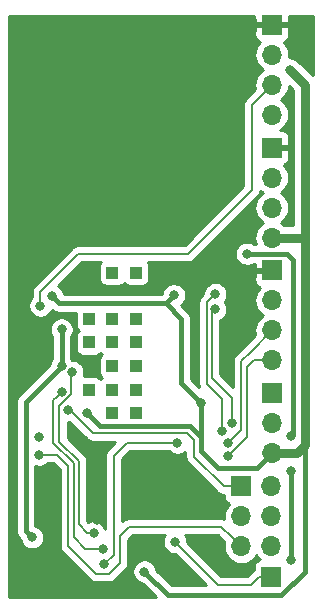
<source format=gbr>
G04 #@! TF.GenerationSoftware,KiCad,Pcbnew,(5.1.2)-2*
G04 #@! TF.CreationDate,2019-07-21T14:50:26+02:00*
G04 #@! TF.ProjectId,ATM32U4_backpack,41544d33-3255-4345-9f62-61636b706163,rev?*
G04 #@! TF.SameCoordinates,Original*
G04 #@! TF.FileFunction,Copper,L2,Bot*
G04 #@! TF.FilePolarity,Positive*
%FSLAX46Y46*%
G04 Gerber Fmt 4.6, Leading zero omitted, Abs format (unit mm)*
G04 Created by KiCad (PCBNEW (5.1.2)-2) date 2019-07-21 14:50:26*
%MOMM*%
%LPD*%
G04 APERTURE LIST*
%ADD10R,1.700000X1.700000*%
%ADD11O,1.700000X1.700000*%
%ADD12R,1.000000X1.000000*%
%ADD13C,0.800000*%
%ADD14C,0.400000*%
%ADD15C,1.000000*%
%ADD16C,0.800000*%
%ADD17C,0.200000*%
%ADD18C,0.250000*%
G04 APERTURE END LIST*
D10*
X52840000Y-118140000D03*
X50300000Y-110500000D03*
D11*
X52840000Y-110500000D03*
X50300000Y-113040000D03*
X52840000Y-113040000D03*
X50300000Y-115580000D03*
X52840000Y-115580000D03*
D10*
X52900000Y-102600000D03*
D11*
X52900000Y-105140000D03*
X52900000Y-107680000D03*
X52900000Y-89420000D03*
X52900000Y-86880000D03*
X52900000Y-84340000D03*
D10*
X52900000Y-81800000D03*
X52900000Y-92200000D03*
D11*
X52900000Y-94740000D03*
X52900000Y-97280000D03*
X52900000Y-99820000D03*
D10*
X52900000Y-71400000D03*
D11*
X52900000Y-73940000D03*
X52900000Y-76480000D03*
X52900000Y-79020000D03*
D12*
X41400000Y-92400000D03*
X41400000Y-102300000D03*
X39400000Y-100300000D03*
X37400000Y-98300000D03*
X41400000Y-100300000D03*
X37400000Y-102300000D03*
X39400000Y-104300000D03*
X39400000Y-102300000D03*
X41400000Y-104300000D03*
X41400000Y-98300000D03*
X37400000Y-96300000D03*
X39400000Y-92400000D03*
X39400000Y-96300000D03*
X39400000Y-98300000D03*
X41400000Y-96300000D03*
D13*
X33200000Y-106300000D03*
X43300000Y-92900000D03*
X38100000Y-113300000D03*
X33900000Y-109300000D03*
X33900000Y-110200000D03*
X33900000Y-111100000D03*
X49200000Y-101300000D03*
X50450000Y-95350000D03*
X45900000Y-110000000D03*
X37800000Y-108400000D03*
X47700000Y-112000000D03*
X42900000Y-112800000D03*
X43000000Y-115800000D03*
X49000000Y-117800000D03*
X48400000Y-89700000D03*
X37800000Y-92900000D03*
X34300000Y-94400000D03*
X54400000Y-75200000D03*
X37200000Y-104300000D03*
X46900000Y-103400000D03*
X42100000Y-117700000D03*
X44600000Y-94300000D03*
X54500000Y-106200000D03*
X54500000Y-109200000D03*
X54500000Y-116700000D03*
X50800000Y-90800000D03*
X35100000Y-97200000D03*
X35100000Y-100300000D03*
X32600000Y-114800000D03*
X35600000Y-104000000D03*
X33200000Y-107800000D03*
X48100000Y-95500000D03*
X49500000Y-105100000D03*
X48100000Y-94200000D03*
X48700000Y-105800000D03*
X49200000Y-107900000D03*
X44900000Y-106800000D03*
X38700000Y-117100000D03*
X41400000Y-92400000D03*
X41400000Y-102300000D03*
X39400000Y-100300000D03*
X37400000Y-98300000D03*
X41400000Y-100300000D03*
X37400000Y-102300000D03*
X39400000Y-104300000D03*
X39400000Y-102300000D03*
X41400000Y-104300000D03*
X41400000Y-98300000D03*
X37400000Y-96300000D03*
X39400000Y-92400000D03*
X39400000Y-96300000D03*
X39400000Y-98300000D03*
X41400000Y-96300000D03*
X33300000Y-95200000D03*
X49200000Y-106800000D03*
X44700000Y-115200000D03*
X37800000Y-114400000D03*
X36000000Y-100800000D03*
X35100000Y-102500000D03*
X38600000Y-115800000D03*
D14*
X43300000Y-92900000D02*
X44000000Y-92200000D01*
X44000000Y-92200000D02*
X46800000Y-92200000D01*
X37800000Y-113000000D02*
X38100000Y-113300000D01*
X37800000Y-108400000D02*
X37800000Y-113000000D01*
X48400000Y-90265685D02*
X48400000Y-92200000D01*
X48400000Y-89700000D02*
X48400000Y-90265685D01*
X46800000Y-92200000D02*
X48400000Y-92200000D01*
X48400000Y-92200000D02*
X52900000Y-92200000D01*
X43300000Y-92900000D02*
X42100000Y-94100000D01*
X39000000Y-94100000D02*
X40000000Y-94100000D01*
X37800000Y-92900000D02*
X39000000Y-94100000D01*
X42100000Y-94100000D02*
X40000000Y-94100000D01*
X34400000Y-94500000D02*
X34300000Y-94400000D01*
D15*
X52840000Y-107740000D02*
X52900000Y-107680000D01*
D16*
X55680000Y-89420000D02*
X55700000Y-89400000D01*
X52900000Y-89420000D02*
X55680000Y-89420000D01*
D14*
X37200000Y-104300000D02*
X38300000Y-105400000D01*
X46900000Y-104700000D02*
X46900000Y-103400000D01*
X48340000Y-108940000D02*
X46900000Y-107500000D01*
X51640000Y-108940000D02*
X52900000Y-107680000D01*
X51140000Y-108940000D02*
X51640000Y-108940000D01*
X51140000Y-108940000D02*
X48340000Y-108940000D01*
X53700002Y-119700000D02*
X55700000Y-117700002D01*
X42100000Y-117700000D02*
X44100000Y-119700000D01*
X44100000Y-119700000D02*
X53700002Y-119700000D01*
X34300000Y-94400000D02*
X34900000Y-95000000D01*
X34900000Y-95000000D02*
X42700000Y-95000000D01*
X43900000Y-95000000D02*
X44600000Y-94300000D01*
X42700000Y-95000000D02*
X43900000Y-95000000D01*
D16*
X55700000Y-76500000D02*
X54400000Y-75200000D01*
X55700000Y-89400000D02*
X55700000Y-76500000D01*
X55700000Y-89400000D02*
X55700000Y-107000000D01*
X55020000Y-107680000D02*
X52900000Y-107680000D01*
X55700000Y-107000000D02*
X55020000Y-107680000D01*
D14*
X55700000Y-117700002D02*
X55700000Y-107000000D01*
X45200000Y-101700000D02*
X46900000Y-103400000D01*
X43900000Y-95000000D02*
X45200000Y-96300000D01*
X45200000Y-96300000D02*
X45200000Y-101700000D01*
X46900000Y-105300000D02*
X46900000Y-104700000D01*
X46000000Y-105400000D02*
X46900000Y-106300000D01*
X45600000Y-105400000D02*
X46000000Y-105400000D01*
X46900000Y-106300000D02*
X46900000Y-105300000D01*
X46900000Y-107500000D02*
X46900000Y-106300000D01*
X38300000Y-105400000D02*
X45600000Y-105400000D01*
X54700000Y-95337919D02*
X54700000Y-106000000D01*
X54700000Y-106000000D02*
X54500000Y-106200000D01*
X54500000Y-109200000D02*
X54500000Y-109765685D01*
X54500000Y-109765685D02*
X54500000Y-116700000D01*
X54700000Y-95337919D02*
X54700000Y-91300000D01*
X54700000Y-91300000D02*
X54200000Y-90800000D01*
X54200000Y-90800000D02*
X50800000Y-90800000D01*
X32050000Y-114250000D02*
X32600000Y-114800000D01*
X35100000Y-97200000D02*
X35100000Y-98300000D01*
X35100000Y-98300000D02*
X35100000Y-100300000D01*
X32050000Y-103350000D02*
X32050000Y-103750000D01*
X35100000Y-100300000D02*
X32050000Y-103350000D01*
X32050000Y-103750000D02*
X32050000Y-114250000D01*
D17*
X37771271Y-106000000D02*
X35850010Y-104078739D01*
X45700000Y-106000000D02*
X37771271Y-106000000D01*
X46300000Y-106600000D02*
X45700000Y-106000000D01*
X46300000Y-108000000D02*
X46300000Y-106600000D01*
X50300000Y-110500000D02*
X48800000Y-110500000D01*
X48800000Y-110500000D02*
X46300000Y-108000000D01*
X34700000Y-107800000D02*
X33200000Y-107800000D01*
X35650000Y-108750000D02*
X34700000Y-107800000D01*
X35650000Y-115550000D02*
X35650000Y-108750000D01*
X39100000Y-117900000D02*
X38000000Y-117900000D01*
X49450001Y-114730001D02*
X49430001Y-114730001D01*
X40000000Y-117000000D02*
X39100000Y-117900000D01*
X49430001Y-114730001D02*
X48600000Y-113900000D01*
X48600000Y-113900000D02*
X40800000Y-113900000D01*
X50300000Y-115580000D02*
X49450001Y-114730001D01*
X40800000Y-113900000D02*
X40000000Y-114700000D01*
X38000000Y-117900000D02*
X35650000Y-115550000D01*
X40000000Y-114700000D02*
X40000000Y-117000000D01*
X47800000Y-101300000D02*
X47800000Y-97000000D01*
X49500000Y-103000000D02*
X47800000Y-101300000D01*
X47800000Y-97000000D02*
X47800000Y-96600000D01*
X47800000Y-96600000D02*
X47800000Y-95800000D01*
X47800000Y-95800000D02*
X48100000Y-95500000D01*
X49500000Y-103000000D02*
X49500000Y-105100000D01*
X47400000Y-94900000D02*
X48100000Y-94200000D01*
X47400000Y-101800000D02*
X47400000Y-94900000D01*
X48700000Y-105800000D02*
X48700000Y-103100000D01*
X48700000Y-103100000D02*
X47400000Y-101800000D01*
X52900000Y-99820000D02*
X51380000Y-99820000D01*
X51380000Y-99820000D02*
X50800000Y-100400000D01*
X50800000Y-100400000D02*
X50800000Y-105400000D01*
X50800000Y-106300000D02*
X49200000Y-107900000D01*
X50800000Y-105700000D02*
X50800000Y-106300000D01*
X50800000Y-105400000D02*
X50800000Y-105700000D01*
X50800000Y-105700000D02*
X50800000Y-105900000D01*
X44900000Y-106800000D02*
X40600000Y-106800000D01*
X40600000Y-106800000D02*
X39500000Y-107900000D01*
X39500000Y-107900000D02*
X39500000Y-116300000D01*
X39500000Y-116300000D02*
X38700000Y-117100000D01*
X33300000Y-94000000D02*
X33300000Y-95200000D01*
X36500000Y-90800000D02*
X33300000Y-94000000D01*
X45800000Y-90800000D02*
X36500000Y-90800000D01*
X51200000Y-85400000D02*
X45800000Y-90800000D01*
X51200000Y-78180000D02*
X51200000Y-85400000D01*
X52900000Y-76480000D02*
X51200000Y-78180000D01*
X51100000Y-99080000D02*
X52900000Y-97280000D01*
X50300000Y-99880000D02*
X51100000Y-99080000D01*
X49200000Y-106800000D02*
X50300000Y-105700000D01*
X50300000Y-105700000D02*
X50300000Y-99880000D01*
X44700000Y-115200000D02*
X47640000Y-118140000D01*
X51790000Y-118140000D02*
X51130000Y-118800000D01*
X52840000Y-118140000D02*
X51790000Y-118140000D01*
X48300000Y-118800000D02*
X47640000Y-118140000D01*
X51130000Y-118800000D02*
X48300000Y-118800000D01*
X35900000Y-100900000D02*
X36000000Y-100800000D01*
X35900000Y-102700000D02*
X35900000Y-100900000D01*
X37234315Y-114400000D02*
X36550000Y-113715685D01*
X37800000Y-114400000D02*
X37234315Y-114400000D01*
X36550000Y-113715685D02*
X36550000Y-108350000D01*
X36550000Y-108350000D02*
X34900000Y-106700000D01*
X34900000Y-106700000D02*
X34900000Y-103700000D01*
X34900000Y-103700000D02*
X35900000Y-102700000D01*
X34677812Y-102922188D02*
X35100000Y-102500000D01*
X37100000Y-115800000D02*
X36100000Y-114800000D01*
X38600000Y-115800000D02*
X37100000Y-115800000D01*
X36100000Y-114800000D02*
X36100000Y-108550000D01*
X36100000Y-108550000D02*
X34400000Y-106850000D01*
X34400000Y-106850000D02*
X34400000Y-103200000D01*
X34400000Y-103200000D02*
X34677812Y-102922188D01*
D18*
G36*
X51425000Y-71118750D02*
G01*
X51581250Y-71275000D01*
X52775000Y-71275000D01*
X52775000Y-71255000D01*
X53025000Y-71255000D01*
X53025000Y-71275000D01*
X54218750Y-71275000D01*
X54375000Y-71118750D01*
X54377492Y-70650000D01*
X56350000Y-70650000D01*
X56350000Y-75700431D01*
X55196176Y-74546609D01*
X55196170Y-74546600D01*
X55053400Y-74403830D01*
X55011309Y-74375706D01*
X54972214Y-74343621D01*
X54927610Y-74319780D01*
X54885520Y-74291656D01*
X54838751Y-74272284D01*
X54794148Y-74248443D01*
X54745746Y-74233760D01*
X54698982Y-74214390D01*
X54649345Y-74204517D01*
X54600934Y-74189831D01*
X54550585Y-74184872D01*
X54500954Y-74175000D01*
X54450350Y-74175000D01*
X54400000Y-74170041D01*
X54359082Y-74174071D01*
X54382136Y-73940000D01*
X54353657Y-73650850D01*
X54269315Y-73372811D01*
X54132351Y-73116569D01*
X53948028Y-72891972D01*
X53904506Y-72856254D01*
X53990334Y-72830219D01*
X54098911Y-72772183D01*
X54194080Y-72694080D01*
X54272183Y-72598911D01*
X54330219Y-72490334D01*
X54365957Y-72372521D01*
X54378024Y-72250000D01*
X54375000Y-71681250D01*
X54218750Y-71525000D01*
X53025000Y-71525000D01*
X53025000Y-71545000D01*
X52775000Y-71545000D01*
X52775000Y-71525000D01*
X51581250Y-71525000D01*
X51425000Y-71681250D01*
X51421976Y-72250000D01*
X51434043Y-72372521D01*
X51469781Y-72490334D01*
X51527817Y-72598911D01*
X51605920Y-72694080D01*
X51701089Y-72772183D01*
X51809666Y-72830219D01*
X51895494Y-72856254D01*
X51851972Y-72891972D01*
X51667649Y-73116569D01*
X51530685Y-73372811D01*
X51446343Y-73650850D01*
X51417864Y-73940000D01*
X51446343Y-74229150D01*
X51530685Y-74507189D01*
X51667649Y-74763431D01*
X51851972Y-74988028D01*
X52076569Y-75172351D01*
X52147005Y-75210000D01*
X52076569Y-75247649D01*
X51851972Y-75431972D01*
X51667649Y-75656569D01*
X51530685Y-75912811D01*
X51446343Y-76190850D01*
X51417864Y-76480000D01*
X51446343Y-76769150D01*
X51478742Y-76875954D01*
X50712524Y-77642172D01*
X50684868Y-77664869D01*
X50594269Y-77775264D01*
X50526947Y-77901213D01*
X50485491Y-78037876D01*
X50475000Y-78144394D01*
X50475000Y-78144403D01*
X50471494Y-78180000D01*
X50475000Y-78215597D01*
X50475001Y-85099694D01*
X45499696Y-90075000D01*
X36535596Y-90075000D01*
X36499999Y-90071494D01*
X36464402Y-90075000D01*
X36464393Y-90075000D01*
X36357875Y-90085491D01*
X36221212Y-90126947D01*
X36095263Y-90194269D01*
X36012525Y-90262170D01*
X36012523Y-90262172D01*
X35984868Y-90284868D01*
X35962172Y-90312523D01*
X32812524Y-93462172D01*
X32784868Y-93484869D01*
X32762172Y-93512524D01*
X32762170Y-93512526D01*
X32714174Y-93571010D01*
X32694269Y-93595264D01*
X32626947Y-93721213D01*
X32585491Y-93857876D01*
X32575000Y-93964394D01*
X32575000Y-93964403D01*
X32571494Y-94000000D01*
X32575000Y-94035598D01*
X32575000Y-94475430D01*
X32503830Y-94546600D01*
X32391656Y-94714480D01*
X32314390Y-94901018D01*
X32275000Y-95099046D01*
X32275000Y-95300954D01*
X32314390Y-95498982D01*
X32391656Y-95685520D01*
X32503830Y-95853400D01*
X32646600Y-95996170D01*
X32814480Y-96108344D01*
X33001018Y-96185610D01*
X33199046Y-96225000D01*
X33400954Y-96225000D01*
X33598982Y-96185610D01*
X33785520Y-96108344D01*
X33953400Y-95996170D01*
X34096170Y-95853400D01*
X34208344Y-95685520D01*
X34269983Y-95536709D01*
X34287983Y-95554709D01*
X34313815Y-95586185D01*
X34439437Y-95689281D01*
X34582759Y-95765888D01*
X34690205Y-95798481D01*
X34738271Y-95813062D01*
X34752669Y-95814480D01*
X34859479Y-95825000D01*
X34859486Y-95825000D01*
X34899999Y-95828990D01*
X34940512Y-95825000D01*
X36271976Y-95825000D01*
X36271976Y-96800000D01*
X36284043Y-96922521D01*
X36319781Y-97040334D01*
X36377817Y-97148911D01*
X36455920Y-97244080D01*
X36524059Y-97300000D01*
X36455920Y-97355920D01*
X36377817Y-97451089D01*
X36319781Y-97559666D01*
X36284043Y-97677479D01*
X36271976Y-97800000D01*
X36271976Y-98800000D01*
X36284043Y-98922521D01*
X36319781Y-99040334D01*
X36377817Y-99148911D01*
X36455920Y-99244080D01*
X36551089Y-99322183D01*
X36659666Y-99380219D01*
X36777479Y-99415957D01*
X36900000Y-99428024D01*
X37900000Y-99428024D01*
X38022521Y-99415957D01*
X38140334Y-99380219D01*
X38248911Y-99322183D01*
X38344080Y-99244080D01*
X38400000Y-99175941D01*
X38455920Y-99244080D01*
X38524059Y-99300000D01*
X38455920Y-99355920D01*
X38377817Y-99451089D01*
X38319781Y-99559666D01*
X38284043Y-99677479D01*
X38271976Y-99800000D01*
X38271976Y-100800000D01*
X38284043Y-100922521D01*
X38319781Y-101040334D01*
X38377817Y-101148911D01*
X38455920Y-101244080D01*
X38524059Y-101300000D01*
X38455920Y-101355920D01*
X38400000Y-101424059D01*
X38344080Y-101355920D01*
X38248911Y-101277817D01*
X38140334Y-101219781D01*
X38022521Y-101184043D01*
X37900000Y-101171976D01*
X36955375Y-101171976D01*
X36985610Y-101098982D01*
X37025000Y-100900954D01*
X37025000Y-100699046D01*
X36985610Y-100501018D01*
X36908344Y-100314480D01*
X36796170Y-100146600D01*
X36653400Y-100003830D01*
X36485520Y-99891656D01*
X36298982Y-99814390D01*
X36100954Y-99775000D01*
X35981964Y-99775000D01*
X35925000Y-99689747D01*
X35925000Y-97810253D01*
X36008344Y-97685520D01*
X36085610Y-97498982D01*
X36125000Y-97300954D01*
X36125000Y-97099046D01*
X36085610Y-96901018D01*
X36008344Y-96714480D01*
X35896170Y-96546600D01*
X35753400Y-96403830D01*
X35585520Y-96291656D01*
X35398982Y-96214390D01*
X35200954Y-96175000D01*
X34999046Y-96175000D01*
X34801018Y-96214390D01*
X34614480Y-96291656D01*
X34446600Y-96403830D01*
X34303830Y-96546600D01*
X34191656Y-96714480D01*
X34114390Y-96901018D01*
X34075000Y-97099046D01*
X34075000Y-97300954D01*
X34114390Y-97498982D01*
X34191656Y-97685520D01*
X34275001Y-97810254D01*
X34275001Y-98259471D01*
X34275000Y-98259480D01*
X34275001Y-99689746D01*
X34191656Y-99814480D01*
X34114390Y-100001018D01*
X34085124Y-100148150D01*
X31495296Y-102737979D01*
X31463815Y-102763815D01*
X31360719Y-102889438D01*
X31284112Y-103032760D01*
X31262278Y-103104737D01*
X31241882Y-103171976D01*
X31236938Y-103188273D01*
X31225000Y-103309480D01*
X31225000Y-103309487D01*
X31221010Y-103350000D01*
X31225000Y-103390513D01*
X31225000Y-103709480D01*
X31225001Y-114209477D01*
X31221010Y-114250000D01*
X31236938Y-114411728D01*
X31271890Y-114526947D01*
X31284113Y-114567241D01*
X31360720Y-114710563D01*
X31463816Y-114836185D01*
X31495291Y-114862016D01*
X31585123Y-114951848D01*
X31614390Y-115098982D01*
X31691656Y-115285520D01*
X31803830Y-115453400D01*
X31946600Y-115596170D01*
X32114480Y-115708344D01*
X32301018Y-115785610D01*
X32499046Y-115825000D01*
X32700954Y-115825000D01*
X32898982Y-115785610D01*
X33085520Y-115708344D01*
X33253400Y-115596170D01*
X33396170Y-115453400D01*
X33508344Y-115285520D01*
X33585610Y-115098982D01*
X33625000Y-114900954D01*
X33625000Y-114699046D01*
X33585610Y-114501018D01*
X33508344Y-114314480D01*
X33396170Y-114146600D01*
X33253400Y-114003830D01*
X33085520Y-113891656D01*
X32898982Y-113814390D01*
X32875000Y-113809620D01*
X32875000Y-108774833D01*
X32901018Y-108785610D01*
X33099046Y-108825000D01*
X33300954Y-108825000D01*
X33498982Y-108785610D01*
X33685520Y-108708344D01*
X33853400Y-108596170D01*
X33924570Y-108525000D01*
X34399696Y-108525000D01*
X34925001Y-109050306D01*
X34925000Y-115514403D01*
X34921494Y-115550000D01*
X34925000Y-115585597D01*
X34925000Y-115585606D01*
X34935491Y-115692124D01*
X34976947Y-115828787D01*
X35044269Y-115954736D01*
X35134868Y-116065131D01*
X35162524Y-116087828D01*
X37462172Y-118387477D01*
X37484868Y-118415132D01*
X37512523Y-118437828D01*
X37512525Y-118437830D01*
X37583613Y-118496170D01*
X37595263Y-118505731D01*
X37721212Y-118573053D01*
X37857875Y-118614509D01*
X37964393Y-118625000D01*
X37964403Y-118625000D01*
X38000000Y-118628506D01*
X38035597Y-118625000D01*
X39064403Y-118625000D01*
X39100000Y-118628506D01*
X39135597Y-118625000D01*
X39135607Y-118625000D01*
X39242125Y-118614509D01*
X39378788Y-118573053D01*
X39504737Y-118505731D01*
X39615132Y-118415132D01*
X39637832Y-118387472D01*
X40487477Y-117537828D01*
X40515132Y-117515132D01*
X40554677Y-117466947D01*
X40605731Y-117404737D01*
X40673053Y-117278788D01*
X40684989Y-117239440D01*
X40714509Y-117142125D01*
X40725000Y-117035607D01*
X40725000Y-117035598D01*
X40728506Y-117000001D01*
X40725000Y-116964404D01*
X40725000Y-115000304D01*
X41100305Y-114625000D01*
X43851445Y-114625000D01*
X43791656Y-114714480D01*
X43714390Y-114901018D01*
X43675000Y-115099046D01*
X43675000Y-115300954D01*
X43714390Y-115498982D01*
X43791656Y-115685520D01*
X43903830Y-115853400D01*
X44046600Y-115996170D01*
X44214480Y-116108344D01*
X44401018Y-116185610D01*
X44599046Y-116225000D01*
X44699696Y-116225000D01*
X47152525Y-118677830D01*
X47152530Y-118677834D01*
X47349696Y-118875000D01*
X44441726Y-118875000D01*
X43114876Y-117548151D01*
X43085610Y-117401018D01*
X43008344Y-117214480D01*
X42896170Y-117046600D01*
X42753400Y-116903830D01*
X42585520Y-116791656D01*
X42398982Y-116714390D01*
X42200954Y-116675000D01*
X41999046Y-116675000D01*
X41801018Y-116714390D01*
X41614480Y-116791656D01*
X41446600Y-116903830D01*
X41303830Y-117046600D01*
X41191656Y-117214480D01*
X41114390Y-117401018D01*
X41075000Y-117599046D01*
X41075000Y-117800954D01*
X41114390Y-117998982D01*
X41191656Y-118185520D01*
X41303830Y-118353400D01*
X41446600Y-118496170D01*
X41614480Y-118608344D01*
X41801018Y-118685610D01*
X41948151Y-118714876D01*
X43083274Y-119850000D01*
X30650000Y-119850000D01*
X30650000Y-70650000D01*
X51422508Y-70650000D01*
X51425000Y-71118750D01*
X51425000Y-71118750D01*
G37*
X51425000Y-71118750D02*
X51581250Y-71275000D01*
X52775000Y-71275000D01*
X52775000Y-71255000D01*
X53025000Y-71255000D01*
X53025000Y-71275000D01*
X54218750Y-71275000D01*
X54375000Y-71118750D01*
X54377492Y-70650000D01*
X56350000Y-70650000D01*
X56350000Y-75700431D01*
X55196176Y-74546609D01*
X55196170Y-74546600D01*
X55053400Y-74403830D01*
X55011309Y-74375706D01*
X54972214Y-74343621D01*
X54927610Y-74319780D01*
X54885520Y-74291656D01*
X54838751Y-74272284D01*
X54794148Y-74248443D01*
X54745746Y-74233760D01*
X54698982Y-74214390D01*
X54649345Y-74204517D01*
X54600934Y-74189831D01*
X54550585Y-74184872D01*
X54500954Y-74175000D01*
X54450350Y-74175000D01*
X54400000Y-74170041D01*
X54359082Y-74174071D01*
X54382136Y-73940000D01*
X54353657Y-73650850D01*
X54269315Y-73372811D01*
X54132351Y-73116569D01*
X53948028Y-72891972D01*
X53904506Y-72856254D01*
X53990334Y-72830219D01*
X54098911Y-72772183D01*
X54194080Y-72694080D01*
X54272183Y-72598911D01*
X54330219Y-72490334D01*
X54365957Y-72372521D01*
X54378024Y-72250000D01*
X54375000Y-71681250D01*
X54218750Y-71525000D01*
X53025000Y-71525000D01*
X53025000Y-71545000D01*
X52775000Y-71545000D01*
X52775000Y-71525000D01*
X51581250Y-71525000D01*
X51425000Y-71681250D01*
X51421976Y-72250000D01*
X51434043Y-72372521D01*
X51469781Y-72490334D01*
X51527817Y-72598911D01*
X51605920Y-72694080D01*
X51701089Y-72772183D01*
X51809666Y-72830219D01*
X51895494Y-72856254D01*
X51851972Y-72891972D01*
X51667649Y-73116569D01*
X51530685Y-73372811D01*
X51446343Y-73650850D01*
X51417864Y-73940000D01*
X51446343Y-74229150D01*
X51530685Y-74507189D01*
X51667649Y-74763431D01*
X51851972Y-74988028D01*
X52076569Y-75172351D01*
X52147005Y-75210000D01*
X52076569Y-75247649D01*
X51851972Y-75431972D01*
X51667649Y-75656569D01*
X51530685Y-75912811D01*
X51446343Y-76190850D01*
X51417864Y-76480000D01*
X51446343Y-76769150D01*
X51478742Y-76875954D01*
X50712524Y-77642172D01*
X50684868Y-77664869D01*
X50594269Y-77775264D01*
X50526947Y-77901213D01*
X50485491Y-78037876D01*
X50475000Y-78144394D01*
X50475000Y-78144403D01*
X50471494Y-78180000D01*
X50475000Y-78215597D01*
X50475001Y-85099694D01*
X45499696Y-90075000D01*
X36535596Y-90075000D01*
X36499999Y-90071494D01*
X36464402Y-90075000D01*
X36464393Y-90075000D01*
X36357875Y-90085491D01*
X36221212Y-90126947D01*
X36095263Y-90194269D01*
X36012525Y-90262170D01*
X36012523Y-90262172D01*
X35984868Y-90284868D01*
X35962172Y-90312523D01*
X32812524Y-93462172D01*
X32784868Y-93484869D01*
X32762172Y-93512524D01*
X32762170Y-93512526D01*
X32714174Y-93571010D01*
X32694269Y-93595264D01*
X32626947Y-93721213D01*
X32585491Y-93857876D01*
X32575000Y-93964394D01*
X32575000Y-93964403D01*
X32571494Y-94000000D01*
X32575000Y-94035598D01*
X32575000Y-94475430D01*
X32503830Y-94546600D01*
X32391656Y-94714480D01*
X32314390Y-94901018D01*
X32275000Y-95099046D01*
X32275000Y-95300954D01*
X32314390Y-95498982D01*
X32391656Y-95685520D01*
X32503830Y-95853400D01*
X32646600Y-95996170D01*
X32814480Y-96108344D01*
X33001018Y-96185610D01*
X33199046Y-96225000D01*
X33400954Y-96225000D01*
X33598982Y-96185610D01*
X33785520Y-96108344D01*
X33953400Y-95996170D01*
X34096170Y-95853400D01*
X34208344Y-95685520D01*
X34269983Y-95536709D01*
X34287983Y-95554709D01*
X34313815Y-95586185D01*
X34439437Y-95689281D01*
X34582759Y-95765888D01*
X34690205Y-95798481D01*
X34738271Y-95813062D01*
X34752669Y-95814480D01*
X34859479Y-95825000D01*
X34859486Y-95825000D01*
X34899999Y-95828990D01*
X34940512Y-95825000D01*
X36271976Y-95825000D01*
X36271976Y-96800000D01*
X36284043Y-96922521D01*
X36319781Y-97040334D01*
X36377817Y-97148911D01*
X36455920Y-97244080D01*
X36524059Y-97300000D01*
X36455920Y-97355920D01*
X36377817Y-97451089D01*
X36319781Y-97559666D01*
X36284043Y-97677479D01*
X36271976Y-97800000D01*
X36271976Y-98800000D01*
X36284043Y-98922521D01*
X36319781Y-99040334D01*
X36377817Y-99148911D01*
X36455920Y-99244080D01*
X36551089Y-99322183D01*
X36659666Y-99380219D01*
X36777479Y-99415957D01*
X36900000Y-99428024D01*
X37900000Y-99428024D01*
X38022521Y-99415957D01*
X38140334Y-99380219D01*
X38248911Y-99322183D01*
X38344080Y-99244080D01*
X38400000Y-99175941D01*
X38455920Y-99244080D01*
X38524059Y-99300000D01*
X38455920Y-99355920D01*
X38377817Y-99451089D01*
X38319781Y-99559666D01*
X38284043Y-99677479D01*
X38271976Y-99800000D01*
X38271976Y-100800000D01*
X38284043Y-100922521D01*
X38319781Y-101040334D01*
X38377817Y-101148911D01*
X38455920Y-101244080D01*
X38524059Y-101300000D01*
X38455920Y-101355920D01*
X38400000Y-101424059D01*
X38344080Y-101355920D01*
X38248911Y-101277817D01*
X38140334Y-101219781D01*
X38022521Y-101184043D01*
X37900000Y-101171976D01*
X36955375Y-101171976D01*
X36985610Y-101098982D01*
X37025000Y-100900954D01*
X37025000Y-100699046D01*
X36985610Y-100501018D01*
X36908344Y-100314480D01*
X36796170Y-100146600D01*
X36653400Y-100003830D01*
X36485520Y-99891656D01*
X36298982Y-99814390D01*
X36100954Y-99775000D01*
X35981964Y-99775000D01*
X35925000Y-99689747D01*
X35925000Y-97810253D01*
X36008344Y-97685520D01*
X36085610Y-97498982D01*
X36125000Y-97300954D01*
X36125000Y-97099046D01*
X36085610Y-96901018D01*
X36008344Y-96714480D01*
X35896170Y-96546600D01*
X35753400Y-96403830D01*
X35585520Y-96291656D01*
X35398982Y-96214390D01*
X35200954Y-96175000D01*
X34999046Y-96175000D01*
X34801018Y-96214390D01*
X34614480Y-96291656D01*
X34446600Y-96403830D01*
X34303830Y-96546600D01*
X34191656Y-96714480D01*
X34114390Y-96901018D01*
X34075000Y-97099046D01*
X34075000Y-97300954D01*
X34114390Y-97498982D01*
X34191656Y-97685520D01*
X34275001Y-97810254D01*
X34275001Y-98259471D01*
X34275000Y-98259480D01*
X34275001Y-99689746D01*
X34191656Y-99814480D01*
X34114390Y-100001018D01*
X34085124Y-100148150D01*
X31495296Y-102737979D01*
X31463815Y-102763815D01*
X31360719Y-102889438D01*
X31284112Y-103032760D01*
X31262278Y-103104737D01*
X31241882Y-103171976D01*
X31236938Y-103188273D01*
X31225000Y-103309480D01*
X31225000Y-103309487D01*
X31221010Y-103350000D01*
X31225000Y-103390513D01*
X31225000Y-103709480D01*
X31225001Y-114209477D01*
X31221010Y-114250000D01*
X31236938Y-114411728D01*
X31271890Y-114526947D01*
X31284113Y-114567241D01*
X31360720Y-114710563D01*
X31463816Y-114836185D01*
X31495291Y-114862016D01*
X31585123Y-114951848D01*
X31614390Y-115098982D01*
X31691656Y-115285520D01*
X31803830Y-115453400D01*
X31946600Y-115596170D01*
X32114480Y-115708344D01*
X32301018Y-115785610D01*
X32499046Y-115825000D01*
X32700954Y-115825000D01*
X32898982Y-115785610D01*
X33085520Y-115708344D01*
X33253400Y-115596170D01*
X33396170Y-115453400D01*
X33508344Y-115285520D01*
X33585610Y-115098982D01*
X33625000Y-114900954D01*
X33625000Y-114699046D01*
X33585610Y-114501018D01*
X33508344Y-114314480D01*
X33396170Y-114146600D01*
X33253400Y-114003830D01*
X33085520Y-113891656D01*
X32898982Y-113814390D01*
X32875000Y-113809620D01*
X32875000Y-108774833D01*
X32901018Y-108785610D01*
X33099046Y-108825000D01*
X33300954Y-108825000D01*
X33498982Y-108785610D01*
X33685520Y-108708344D01*
X33853400Y-108596170D01*
X33924570Y-108525000D01*
X34399696Y-108525000D01*
X34925001Y-109050306D01*
X34925000Y-115514403D01*
X34921494Y-115550000D01*
X34925000Y-115585597D01*
X34925000Y-115585606D01*
X34935491Y-115692124D01*
X34976947Y-115828787D01*
X35044269Y-115954736D01*
X35134868Y-116065131D01*
X35162524Y-116087828D01*
X37462172Y-118387477D01*
X37484868Y-118415132D01*
X37512523Y-118437828D01*
X37512525Y-118437830D01*
X37583613Y-118496170D01*
X37595263Y-118505731D01*
X37721212Y-118573053D01*
X37857875Y-118614509D01*
X37964393Y-118625000D01*
X37964403Y-118625000D01*
X38000000Y-118628506D01*
X38035597Y-118625000D01*
X39064403Y-118625000D01*
X39100000Y-118628506D01*
X39135597Y-118625000D01*
X39135607Y-118625000D01*
X39242125Y-118614509D01*
X39378788Y-118573053D01*
X39504737Y-118505731D01*
X39615132Y-118415132D01*
X39637832Y-118387472D01*
X40487477Y-117537828D01*
X40515132Y-117515132D01*
X40554677Y-117466947D01*
X40605731Y-117404737D01*
X40673053Y-117278788D01*
X40684989Y-117239440D01*
X40714509Y-117142125D01*
X40725000Y-117035607D01*
X40725000Y-117035598D01*
X40728506Y-117000001D01*
X40725000Y-116964404D01*
X40725000Y-115000304D01*
X41100305Y-114625000D01*
X43851445Y-114625000D01*
X43791656Y-114714480D01*
X43714390Y-114901018D01*
X43675000Y-115099046D01*
X43675000Y-115300954D01*
X43714390Y-115498982D01*
X43791656Y-115685520D01*
X43903830Y-115853400D01*
X44046600Y-115996170D01*
X44214480Y-116108344D01*
X44401018Y-116185610D01*
X44599046Y-116225000D01*
X44699696Y-116225000D01*
X47152525Y-118677830D01*
X47152530Y-118677834D01*
X47349696Y-118875000D01*
X44441726Y-118875000D01*
X43114876Y-117548151D01*
X43085610Y-117401018D01*
X43008344Y-117214480D01*
X42896170Y-117046600D01*
X42753400Y-116903830D01*
X42585520Y-116791656D01*
X42398982Y-116714390D01*
X42200954Y-116675000D01*
X41999046Y-116675000D01*
X41801018Y-116714390D01*
X41614480Y-116791656D01*
X41446600Y-116903830D01*
X41303830Y-117046600D01*
X41191656Y-117214480D01*
X41114390Y-117401018D01*
X41075000Y-117599046D01*
X41075000Y-117800954D01*
X41114390Y-117998982D01*
X41191656Y-118185520D01*
X41303830Y-118353400D01*
X41446600Y-118496170D01*
X41614480Y-118608344D01*
X41801018Y-118685610D01*
X41948151Y-118714876D01*
X43083274Y-119850000D01*
X30650000Y-119850000D01*
X30650000Y-70650000D01*
X51422508Y-70650000D01*
X51425000Y-71118750D01*
G36*
X48874087Y-115199391D02*
G01*
X48846343Y-115290850D01*
X48817864Y-115580000D01*
X48846343Y-115869150D01*
X48930685Y-116147189D01*
X49067649Y-116403431D01*
X49251972Y-116628028D01*
X49476569Y-116812351D01*
X49732811Y-116949315D01*
X50010850Y-117033657D01*
X50227548Y-117055000D01*
X50372452Y-117055000D01*
X50589150Y-117033657D01*
X50867189Y-116949315D01*
X51123431Y-116812351D01*
X51348028Y-116628028D01*
X51532351Y-116403431D01*
X51571513Y-116330164D01*
X51577515Y-116342740D01*
X51750577Y-116574383D01*
X51862868Y-116675442D01*
X51749666Y-116709781D01*
X51641089Y-116767817D01*
X51545920Y-116845920D01*
X51467817Y-116941089D01*
X51409781Y-117049666D01*
X51374043Y-117167479D01*
X51361976Y-117290000D01*
X51361976Y-117553380D01*
X51302525Y-117602170D01*
X51302523Y-117602172D01*
X51274868Y-117624868D01*
X51252172Y-117652523D01*
X50829696Y-118075000D01*
X48600305Y-118075000D01*
X48177834Y-117652530D01*
X48177830Y-117652525D01*
X45725000Y-115199696D01*
X45725000Y-115099046D01*
X45685610Y-114901018D01*
X45608344Y-114714480D01*
X45548555Y-114625000D01*
X48299696Y-114625000D01*
X48874087Y-115199391D01*
X48874087Y-115199391D01*
G37*
X48874087Y-115199391D02*
X48846343Y-115290850D01*
X48817864Y-115580000D01*
X48846343Y-115869150D01*
X48930685Y-116147189D01*
X49067649Y-116403431D01*
X49251972Y-116628028D01*
X49476569Y-116812351D01*
X49732811Y-116949315D01*
X50010850Y-117033657D01*
X50227548Y-117055000D01*
X50372452Y-117055000D01*
X50589150Y-117033657D01*
X50867189Y-116949315D01*
X51123431Y-116812351D01*
X51348028Y-116628028D01*
X51532351Y-116403431D01*
X51571513Y-116330164D01*
X51577515Y-116342740D01*
X51750577Y-116574383D01*
X51862868Y-116675442D01*
X51749666Y-116709781D01*
X51641089Y-116767817D01*
X51545920Y-116845920D01*
X51467817Y-116941089D01*
X51409781Y-117049666D01*
X51374043Y-117167479D01*
X51361976Y-117290000D01*
X51361976Y-117553380D01*
X51302525Y-117602170D01*
X51302523Y-117602172D01*
X51274868Y-117624868D01*
X51252172Y-117652523D01*
X50829696Y-118075000D01*
X48600305Y-118075000D01*
X48177834Y-117652530D01*
X48177830Y-117652525D01*
X45725000Y-115199696D01*
X45725000Y-115099046D01*
X45685610Y-114901018D01*
X45608344Y-114714480D01*
X45548555Y-114625000D01*
X48299696Y-114625000D01*
X48874087Y-115199391D01*
G36*
X52965000Y-115455000D02*
G01*
X52985000Y-115455000D01*
X52985000Y-115705000D01*
X52965000Y-115705000D01*
X52965000Y-115725000D01*
X52715000Y-115725000D01*
X52715000Y-115705000D01*
X52695000Y-115705000D01*
X52695000Y-115455000D01*
X52715000Y-115455000D01*
X52715000Y-115435000D01*
X52965000Y-115435000D01*
X52965000Y-115455000D01*
X52965000Y-115455000D01*
G37*
X52965000Y-115455000D02*
X52985000Y-115455000D01*
X52985000Y-115705000D01*
X52965000Y-115705000D01*
X52965000Y-115725000D01*
X52715000Y-115725000D01*
X52715000Y-115705000D01*
X52695000Y-115705000D01*
X52695000Y-115455000D01*
X52715000Y-115455000D01*
X52715000Y-115435000D01*
X52965000Y-115435000D01*
X52965000Y-115455000D01*
G36*
X37233443Y-106487477D02*
G01*
X37256139Y-106515132D01*
X37283794Y-106537828D01*
X37283796Y-106537830D01*
X37324554Y-106571279D01*
X37366534Y-106605731D01*
X37492483Y-106673053D01*
X37629146Y-106714509D01*
X37735664Y-106725000D01*
X37735673Y-106725000D01*
X37771270Y-106728506D01*
X37806867Y-106725000D01*
X39649695Y-106725000D01*
X39012524Y-107362172D01*
X38984868Y-107384869D01*
X38962172Y-107412524D01*
X38962170Y-107412526D01*
X38912497Y-107473053D01*
X38894269Y-107495264D01*
X38826947Y-107621213D01*
X38785491Y-107757876D01*
X38775000Y-107864394D01*
X38775000Y-107864403D01*
X38771494Y-107900000D01*
X38775000Y-107935597D01*
X38775001Y-114075405D01*
X38708344Y-113914480D01*
X38596170Y-113746600D01*
X38453400Y-113603830D01*
X38285520Y-113491656D01*
X38098982Y-113414390D01*
X37900954Y-113375000D01*
X37699046Y-113375000D01*
X37501018Y-113414390D01*
X37340498Y-113480879D01*
X37275000Y-113415381D01*
X37275000Y-108385596D01*
X37278506Y-108349999D01*
X37275000Y-108314402D01*
X37275000Y-108314393D01*
X37264509Y-108207875D01*
X37223053Y-108071212D01*
X37155731Y-107945263D01*
X37153155Y-107942124D01*
X37087830Y-107862525D01*
X37087828Y-107862523D01*
X37065132Y-107834868D01*
X37037477Y-107812172D01*
X35625000Y-106399696D01*
X35625000Y-105025000D01*
X35700954Y-105025000D01*
X35759351Y-105013384D01*
X37233443Y-106487477D01*
X37233443Y-106487477D01*
G37*
X37233443Y-106487477D02*
X37256139Y-106515132D01*
X37283794Y-106537828D01*
X37283796Y-106537830D01*
X37324554Y-106571279D01*
X37366534Y-106605731D01*
X37492483Y-106673053D01*
X37629146Y-106714509D01*
X37735664Y-106725000D01*
X37735673Y-106725000D01*
X37771270Y-106728506D01*
X37806867Y-106725000D01*
X39649695Y-106725000D01*
X39012524Y-107362172D01*
X38984868Y-107384869D01*
X38962172Y-107412524D01*
X38962170Y-107412526D01*
X38912497Y-107473053D01*
X38894269Y-107495264D01*
X38826947Y-107621213D01*
X38785491Y-107757876D01*
X38775000Y-107864394D01*
X38775000Y-107864403D01*
X38771494Y-107900000D01*
X38775000Y-107935597D01*
X38775001Y-114075405D01*
X38708344Y-113914480D01*
X38596170Y-113746600D01*
X38453400Y-113603830D01*
X38285520Y-113491656D01*
X38098982Y-113414390D01*
X37900954Y-113375000D01*
X37699046Y-113375000D01*
X37501018Y-113414390D01*
X37340498Y-113480879D01*
X37275000Y-113415381D01*
X37275000Y-108385596D01*
X37278506Y-108349999D01*
X37275000Y-108314402D01*
X37275000Y-108314393D01*
X37264509Y-108207875D01*
X37223053Y-108071212D01*
X37155731Y-107945263D01*
X37153155Y-107942124D01*
X37087830Y-107862525D01*
X37087828Y-107862523D01*
X37065132Y-107834868D01*
X37037477Y-107812172D01*
X35625000Y-106399696D01*
X35625000Y-105025000D01*
X35700954Y-105025000D01*
X35759351Y-105013384D01*
X37233443Y-106487477D01*
G36*
X44246600Y-107596170D02*
G01*
X44414480Y-107708344D01*
X44601018Y-107785610D01*
X44799046Y-107825000D01*
X45000954Y-107825000D01*
X45198982Y-107785610D01*
X45385520Y-107708344D01*
X45553400Y-107596170D01*
X45575000Y-107574570D01*
X45575000Y-107964403D01*
X45571494Y-108000000D01*
X45575000Y-108035597D01*
X45575000Y-108035606D01*
X45585491Y-108142124D01*
X45617362Y-108247189D01*
X45626947Y-108278787D01*
X45694269Y-108404736D01*
X45755575Y-108479437D01*
X45784868Y-108515131D01*
X45812524Y-108537828D01*
X48262172Y-110987477D01*
X48284868Y-111015132D01*
X48312523Y-111037828D01*
X48312525Y-111037830D01*
X48395263Y-111105731D01*
X48521212Y-111173053D01*
X48657875Y-111214509D01*
X48764393Y-111225000D01*
X48764403Y-111225000D01*
X48800000Y-111228506D01*
X48821976Y-111226342D01*
X48821976Y-111350000D01*
X48834043Y-111472521D01*
X48869781Y-111590334D01*
X48927817Y-111698911D01*
X49005920Y-111794080D01*
X49101089Y-111872183D01*
X49209666Y-111930219D01*
X49295494Y-111956254D01*
X49251972Y-111991972D01*
X49067649Y-112216569D01*
X48930685Y-112472811D01*
X48846343Y-112750850D01*
X48817864Y-113040000D01*
X48834968Y-113213654D01*
X48742125Y-113185491D01*
X48635607Y-113175000D01*
X48635597Y-113175000D01*
X48600000Y-113171494D01*
X48564403Y-113175000D01*
X40835597Y-113175000D01*
X40800000Y-113171494D01*
X40764403Y-113175000D01*
X40764393Y-113175000D01*
X40657875Y-113185491D01*
X40521212Y-113226947D01*
X40395263Y-113294269D01*
X40312525Y-113362170D01*
X40312523Y-113362172D01*
X40284868Y-113384868D01*
X40262172Y-113412523D01*
X40225000Y-113449695D01*
X40225000Y-108200304D01*
X40900305Y-107525000D01*
X44175430Y-107525000D01*
X44246600Y-107596170D01*
X44246600Y-107596170D01*
G37*
X44246600Y-107596170D02*
X44414480Y-107708344D01*
X44601018Y-107785610D01*
X44799046Y-107825000D01*
X45000954Y-107825000D01*
X45198982Y-107785610D01*
X45385520Y-107708344D01*
X45553400Y-107596170D01*
X45575000Y-107574570D01*
X45575000Y-107964403D01*
X45571494Y-108000000D01*
X45575000Y-108035597D01*
X45575000Y-108035606D01*
X45585491Y-108142124D01*
X45617362Y-108247189D01*
X45626947Y-108278787D01*
X45694269Y-108404736D01*
X45755575Y-108479437D01*
X45784868Y-108515131D01*
X45812524Y-108537828D01*
X48262172Y-110987477D01*
X48284868Y-111015132D01*
X48312523Y-111037828D01*
X48312525Y-111037830D01*
X48395263Y-111105731D01*
X48521212Y-111173053D01*
X48657875Y-111214509D01*
X48764393Y-111225000D01*
X48764403Y-111225000D01*
X48800000Y-111228506D01*
X48821976Y-111226342D01*
X48821976Y-111350000D01*
X48834043Y-111472521D01*
X48869781Y-111590334D01*
X48927817Y-111698911D01*
X49005920Y-111794080D01*
X49101089Y-111872183D01*
X49209666Y-111930219D01*
X49295494Y-111956254D01*
X49251972Y-111991972D01*
X49067649Y-112216569D01*
X48930685Y-112472811D01*
X48846343Y-112750850D01*
X48817864Y-113040000D01*
X48834968Y-113213654D01*
X48742125Y-113185491D01*
X48635607Y-113175000D01*
X48635597Y-113175000D01*
X48600000Y-113171494D01*
X48564403Y-113175000D01*
X40835597Y-113175000D01*
X40800000Y-113171494D01*
X40764403Y-113175000D01*
X40764393Y-113175000D01*
X40657875Y-113185491D01*
X40521212Y-113226947D01*
X40395263Y-113294269D01*
X40312525Y-113362170D01*
X40312523Y-113362172D01*
X40284868Y-113384868D01*
X40262172Y-113412523D01*
X40225000Y-113449695D01*
X40225000Y-108200304D01*
X40900305Y-107525000D01*
X44175430Y-107525000D01*
X44246600Y-107596170D01*
G36*
X53025000Y-102475000D02*
G01*
X53045000Y-102475000D01*
X53045000Y-102725000D01*
X53025000Y-102725000D01*
X53025000Y-102745000D01*
X52775000Y-102745000D01*
X52775000Y-102725000D01*
X52755000Y-102725000D01*
X52755000Y-102475000D01*
X52775000Y-102475000D01*
X52775000Y-102455000D01*
X53025000Y-102455000D01*
X53025000Y-102475000D01*
X53025000Y-102475000D01*
G37*
X53025000Y-102475000D02*
X53045000Y-102475000D01*
X53045000Y-102725000D01*
X53025000Y-102725000D01*
X53025000Y-102745000D01*
X52775000Y-102745000D01*
X52775000Y-102725000D01*
X52755000Y-102725000D01*
X52755000Y-102475000D01*
X52775000Y-102475000D01*
X52775000Y-102455000D01*
X53025000Y-102455000D01*
X53025000Y-102475000D01*
G36*
X52076569Y-85572351D02*
G01*
X52147005Y-85610000D01*
X52076569Y-85647649D01*
X51851972Y-85831972D01*
X51667649Y-86056569D01*
X51530685Y-86312811D01*
X51446343Y-86590850D01*
X51417864Y-86880000D01*
X51446343Y-87169150D01*
X51530685Y-87447189D01*
X51667649Y-87703431D01*
X51851972Y-87928028D01*
X52076569Y-88112351D01*
X52147005Y-88150000D01*
X52076569Y-88187649D01*
X51851972Y-88371972D01*
X51667649Y-88596569D01*
X51530685Y-88852811D01*
X51446343Y-89130850D01*
X51417864Y-89420000D01*
X51446343Y-89709150D01*
X51526988Y-89975000D01*
X51410253Y-89975000D01*
X51285520Y-89891656D01*
X51098982Y-89814390D01*
X50900954Y-89775000D01*
X50699046Y-89775000D01*
X50501018Y-89814390D01*
X50314480Y-89891656D01*
X50146600Y-90003830D01*
X50003830Y-90146600D01*
X49891656Y-90314480D01*
X49814390Y-90501018D01*
X49775000Y-90699046D01*
X49775000Y-90900954D01*
X49814390Y-91098982D01*
X49891656Y-91285520D01*
X50003830Y-91453400D01*
X50146600Y-91596170D01*
X50314480Y-91708344D01*
X50501018Y-91785610D01*
X50699046Y-91825000D01*
X50900954Y-91825000D01*
X51098982Y-91785610D01*
X51285520Y-91708344D01*
X51410253Y-91625000D01*
X51423438Y-91625000D01*
X51425000Y-91918750D01*
X51581250Y-92075000D01*
X52775000Y-92075000D01*
X52775000Y-92055000D01*
X53025000Y-92055000D01*
X53025000Y-92075000D01*
X53045000Y-92075000D01*
X53045000Y-92325000D01*
X53025000Y-92325000D01*
X53025000Y-92345000D01*
X52775000Y-92345000D01*
X52775000Y-92325000D01*
X51581250Y-92325000D01*
X51425000Y-92481250D01*
X51421976Y-93050000D01*
X51434043Y-93172521D01*
X51469781Y-93290334D01*
X51527817Y-93398911D01*
X51605920Y-93494080D01*
X51701089Y-93572183D01*
X51809666Y-93630219D01*
X51895494Y-93656254D01*
X51851972Y-93691972D01*
X51667649Y-93916569D01*
X51530685Y-94172811D01*
X51446343Y-94450850D01*
X51417864Y-94740000D01*
X51446343Y-95029150D01*
X51530685Y-95307189D01*
X51667649Y-95563431D01*
X51851972Y-95788028D01*
X52076569Y-95972351D01*
X52147005Y-96010000D01*
X52076569Y-96047649D01*
X51851972Y-96231972D01*
X51667649Y-96456569D01*
X51530685Y-96712811D01*
X51446343Y-96990850D01*
X51417864Y-97280000D01*
X51446343Y-97569150D01*
X51478742Y-97675954D01*
X50612530Y-98542166D01*
X50612525Y-98542170D01*
X49812523Y-99342173D01*
X49784869Y-99364868D01*
X49762173Y-99392523D01*
X49762170Y-99392526D01*
X49694269Y-99475264D01*
X49626947Y-99601213D01*
X49585492Y-99737876D01*
X49571494Y-99880000D01*
X49575001Y-99915607D01*
X49575001Y-102049696D01*
X48525000Y-100999696D01*
X48525000Y-96433412D01*
X48585520Y-96408344D01*
X48753400Y-96296170D01*
X48896170Y-96153400D01*
X49008344Y-95985520D01*
X49085610Y-95798982D01*
X49125000Y-95600954D01*
X49125000Y-95399046D01*
X49085610Y-95201018D01*
X49008344Y-95014480D01*
X48898442Y-94850000D01*
X49008344Y-94685520D01*
X49085610Y-94498982D01*
X49125000Y-94300954D01*
X49125000Y-94099046D01*
X49085610Y-93901018D01*
X49008344Y-93714480D01*
X48896170Y-93546600D01*
X48753400Y-93403830D01*
X48585520Y-93291656D01*
X48398982Y-93214390D01*
X48200954Y-93175000D01*
X47999046Y-93175000D01*
X47801018Y-93214390D01*
X47614480Y-93291656D01*
X47446600Y-93403830D01*
X47303830Y-93546600D01*
X47191656Y-93714480D01*
X47114390Y-93901018D01*
X47075000Y-94099046D01*
X47075000Y-94199696D01*
X46912523Y-94362173D01*
X46884869Y-94384868D01*
X46862173Y-94412523D01*
X46862170Y-94412526D01*
X46794269Y-94495264D01*
X46726947Y-94621213D01*
X46685492Y-94757876D01*
X46671494Y-94900000D01*
X46675001Y-94935607D01*
X46675000Y-101764403D01*
X46671494Y-101800000D01*
X46675000Y-101835597D01*
X46675000Y-101835606D01*
X46685491Y-101942124D01*
X46711222Y-102026947D01*
X46718863Y-102052138D01*
X46025000Y-101358275D01*
X46025000Y-96340521D01*
X46028991Y-96300000D01*
X46013062Y-96138272D01*
X45965888Y-95982758D01*
X45913897Y-95885491D01*
X45889281Y-95839437D01*
X45839507Y-95778788D01*
X45812016Y-95745289D01*
X45812012Y-95745285D01*
X45786185Y-95713815D01*
X45754716Y-95687989D01*
X45199147Y-95132421D01*
X45253400Y-95096170D01*
X45396170Y-94953400D01*
X45508344Y-94785520D01*
X45585610Y-94598982D01*
X45625000Y-94400954D01*
X45625000Y-94199046D01*
X45585610Y-94001018D01*
X45508344Y-93814480D01*
X45396170Y-93646600D01*
X45253400Y-93503830D01*
X45085520Y-93391656D01*
X44898982Y-93314390D01*
X44700954Y-93275000D01*
X44499046Y-93275000D01*
X44301018Y-93314390D01*
X44114480Y-93391656D01*
X43946600Y-93503830D01*
X43803830Y-93646600D01*
X43691656Y-93814480D01*
X43614390Y-94001018D01*
X43585124Y-94148151D01*
X43558275Y-94175000D01*
X35300326Y-94175000D01*
X35285610Y-94101018D01*
X35208344Y-93914480D01*
X35096170Y-93746600D01*
X34953400Y-93603830D01*
X34814371Y-93510934D01*
X36800305Y-91525000D01*
X38399228Y-91525000D01*
X38377817Y-91551089D01*
X38319781Y-91659666D01*
X38284043Y-91777479D01*
X38271976Y-91900000D01*
X38271976Y-92900000D01*
X38284043Y-93022521D01*
X38319781Y-93140334D01*
X38377817Y-93248911D01*
X38455920Y-93344080D01*
X38551089Y-93422183D01*
X38659666Y-93480219D01*
X38777479Y-93515957D01*
X38900000Y-93528024D01*
X39900000Y-93528024D01*
X40022521Y-93515957D01*
X40140334Y-93480219D01*
X40248911Y-93422183D01*
X40344080Y-93344080D01*
X40400000Y-93275941D01*
X40455920Y-93344080D01*
X40551089Y-93422183D01*
X40659666Y-93480219D01*
X40777479Y-93515957D01*
X40900000Y-93528024D01*
X41900000Y-93528024D01*
X42022521Y-93515957D01*
X42140334Y-93480219D01*
X42248911Y-93422183D01*
X42344080Y-93344080D01*
X42422183Y-93248911D01*
X42480219Y-93140334D01*
X42515957Y-93022521D01*
X42528024Y-92900000D01*
X42528024Y-91900000D01*
X42515957Y-91777479D01*
X42480219Y-91659666D01*
X42422183Y-91551089D01*
X42400772Y-91525000D01*
X45764403Y-91525000D01*
X45800000Y-91528506D01*
X45835597Y-91525000D01*
X45835607Y-91525000D01*
X45942125Y-91514509D01*
X46078788Y-91473053D01*
X46204737Y-91405731D01*
X46315132Y-91315132D01*
X46337832Y-91287472D01*
X51687477Y-85937828D01*
X51715132Y-85915132D01*
X51805731Y-85804737D01*
X51873053Y-85678788D01*
X51914509Y-85542125D01*
X51923874Y-85447037D01*
X52076569Y-85572351D01*
X52076569Y-85572351D01*
G37*
X52076569Y-85572351D02*
X52147005Y-85610000D01*
X52076569Y-85647649D01*
X51851972Y-85831972D01*
X51667649Y-86056569D01*
X51530685Y-86312811D01*
X51446343Y-86590850D01*
X51417864Y-86880000D01*
X51446343Y-87169150D01*
X51530685Y-87447189D01*
X51667649Y-87703431D01*
X51851972Y-87928028D01*
X52076569Y-88112351D01*
X52147005Y-88150000D01*
X52076569Y-88187649D01*
X51851972Y-88371972D01*
X51667649Y-88596569D01*
X51530685Y-88852811D01*
X51446343Y-89130850D01*
X51417864Y-89420000D01*
X51446343Y-89709150D01*
X51526988Y-89975000D01*
X51410253Y-89975000D01*
X51285520Y-89891656D01*
X51098982Y-89814390D01*
X50900954Y-89775000D01*
X50699046Y-89775000D01*
X50501018Y-89814390D01*
X50314480Y-89891656D01*
X50146600Y-90003830D01*
X50003830Y-90146600D01*
X49891656Y-90314480D01*
X49814390Y-90501018D01*
X49775000Y-90699046D01*
X49775000Y-90900954D01*
X49814390Y-91098982D01*
X49891656Y-91285520D01*
X50003830Y-91453400D01*
X50146600Y-91596170D01*
X50314480Y-91708344D01*
X50501018Y-91785610D01*
X50699046Y-91825000D01*
X50900954Y-91825000D01*
X51098982Y-91785610D01*
X51285520Y-91708344D01*
X51410253Y-91625000D01*
X51423438Y-91625000D01*
X51425000Y-91918750D01*
X51581250Y-92075000D01*
X52775000Y-92075000D01*
X52775000Y-92055000D01*
X53025000Y-92055000D01*
X53025000Y-92075000D01*
X53045000Y-92075000D01*
X53045000Y-92325000D01*
X53025000Y-92325000D01*
X53025000Y-92345000D01*
X52775000Y-92345000D01*
X52775000Y-92325000D01*
X51581250Y-92325000D01*
X51425000Y-92481250D01*
X51421976Y-93050000D01*
X51434043Y-93172521D01*
X51469781Y-93290334D01*
X51527817Y-93398911D01*
X51605920Y-93494080D01*
X51701089Y-93572183D01*
X51809666Y-93630219D01*
X51895494Y-93656254D01*
X51851972Y-93691972D01*
X51667649Y-93916569D01*
X51530685Y-94172811D01*
X51446343Y-94450850D01*
X51417864Y-94740000D01*
X51446343Y-95029150D01*
X51530685Y-95307189D01*
X51667649Y-95563431D01*
X51851972Y-95788028D01*
X52076569Y-95972351D01*
X52147005Y-96010000D01*
X52076569Y-96047649D01*
X51851972Y-96231972D01*
X51667649Y-96456569D01*
X51530685Y-96712811D01*
X51446343Y-96990850D01*
X51417864Y-97280000D01*
X51446343Y-97569150D01*
X51478742Y-97675954D01*
X50612530Y-98542166D01*
X50612525Y-98542170D01*
X49812523Y-99342173D01*
X49784869Y-99364868D01*
X49762173Y-99392523D01*
X49762170Y-99392526D01*
X49694269Y-99475264D01*
X49626947Y-99601213D01*
X49585492Y-99737876D01*
X49571494Y-99880000D01*
X49575001Y-99915607D01*
X49575001Y-102049696D01*
X48525000Y-100999696D01*
X48525000Y-96433412D01*
X48585520Y-96408344D01*
X48753400Y-96296170D01*
X48896170Y-96153400D01*
X49008344Y-95985520D01*
X49085610Y-95798982D01*
X49125000Y-95600954D01*
X49125000Y-95399046D01*
X49085610Y-95201018D01*
X49008344Y-95014480D01*
X48898442Y-94850000D01*
X49008344Y-94685520D01*
X49085610Y-94498982D01*
X49125000Y-94300954D01*
X49125000Y-94099046D01*
X49085610Y-93901018D01*
X49008344Y-93714480D01*
X48896170Y-93546600D01*
X48753400Y-93403830D01*
X48585520Y-93291656D01*
X48398982Y-93214390D01*
X48200954Y-93175000D01*
X47999046Y-93175000D01*
X47801018Y-93214390D01*
X47614480Y-93291656D01*
X47446600Y-93403830D01*
X47303830Y-93546600D01*
X47191656Y-93714480D01*
X47114390Y-93901018D01*
X47075000Y-94099046D01*
X47075000Y-94199696D01*
X46912523Y-94362173D01*
X46884869Y-94384868D01*
X46862173Y-94412523D01*
X46862170Y-94412526D01*
X46794269Y-94495264D01*
X46726947Y-94621213D01*
X46685492Y-94757876D01*
X46671494Y-94900000D01*
X46675001Y-94935607D01*
X46675000Y-101764403D01*
X46671494Y-101800000D01*
X46675000Y-101835597D01*
X46675000Y-101835606D01*
X46685491Y-101942124D01*
X46711222Y-102026947D01*
X46718863Y-102052138D01*
X46025000Y-101358275D01*
X46025000Y-96340521D01*
X46028991Y-96300000D01*
X46013062Y-96138272D01*
X45965888Y-95982758D01*
X45913897Y-95885491D01*
X45889281Y-95839437D01*
X45839507Y-95778788D01*
X45812016Y-95745289D01*
X45812012Y-95745285D01*
X45786185Y-95713815D01*
X45754716Y-95687989D01*
X45199147Y-95132421D01*
X45253400Y-95096170D01*
X45396170Y-94953400D01*
X45508344Y-94785520D01*
X45585610Y-94598982D01*
X45625000Y-94400954D01*
X45625000Y-94199046D01*
X45585610Y-94001018D01*
X45508344Y-93814480D01*
X45396170Y-93646600D01*
X45253400Y-93503830D01*
X45085520Y-93391656D01*
X44898982Y-93314390D01*
X44700954Y-93275000D01*
X44499046Y-93275000D01*
X44301018Y-93314390D01*
X44114480Y-93391656D01*
X43946600Y-93503830D01*
X43803830Y-93646600D01*
X43691656Y-93814480D01*
X43614390Y-94001018D01*
X43585124Y-94148151D01*
X43558275Y-94175000D01*
X35300326Y-94175000D01*
X35285610Y-94101018D01*
X35208344Y-93914480D01*
X35096170Y-93746600D01*
X34953400Y-93603830D01*
X34814371Y-93510934D01*
X36800305Y-91525000D01*
X38399228Y-91525000D01*
X38377817Y-91551089D01*
X38319781Y-91659666D01*
X38284043Y-91777479D01*
X38271976Y-91900000D01*
X38271976Y-92900000D01*
X38284043Y-93022521D01*
X38319781Y-93140334D01*
X38377817Y-93248911D01*
X38455920Y-93344080D01*
X38551089Y-93422183D01*
X38659666Y-93480219D01*
X38777479Y-93515957D01*
X38900000Y-93528024D01*
X39900000Y-93528024D01*
X40022521Y-93515957D01*
X40140334Y-93480219D01*
X40248911Y-93422183D01*
X40344080Y-93344080D01*
X40400000Y-93275941D01*
X40455920Y-93344080D01*
X40551089Y-93422183D01*
X40659666Y-93480219D01*
X40777479Y-93515957D01*
X40900000Y-93528024D01*
X41900000Y-93528024D01*
X42022521Y-93515957D01*
X42140334Y-93480219D01*
X42248911Y-93422183D01*
X42344080Y-93344080D01*
X42422183Y-93248911D01*
X42480219Y-93140334D01*
X42515957Y-93022521D01*
X42528024Y-92900000D01*
X42528024Y-91900000D01*
X42515957Y-91777479D01*
X42480219Y-91659666D01*
X42422183Y-91551089D01*
X42400772Y-91525000D01*
X45764403Y-91525000D01*
X45800000Y-91528506D01*
X45835597Y-91525000D01*
X45835607Y-91525000D01*
X45942125Y-91514509D01*
X46078788Y-91473053D01*
X46204737Y-91405731D01*
X46315132Y-91315132D01*
X46337832Y-91287472D01*
X51687477Y-85937828D01*
X51715132Y-85915132D01*
X51805731Y-85804737D01*
X51873053Y-85678788D01*
X51914509Y-85542125D01*
X51923874Y-85447037D01*
X52076569Y-85572351D01*
G36*
X54675001Y-76924569D02*
G01*
X54675000Y-88395000D01*
X53966927Y-88395000D01*
X53948028Y-88371972D01*
X53723431Y-88187649D01*
X53652995Y-88150000D01*
X53723431Y-88112351D01*
X53948028Y-87928028D01*
X54132351Y-87703431D01*
X54269315Y-87447189D01*
X54353657Y-87169150D01*
X54382136Y-86880000D01*
X54353657Y-86590850D01*
X54269315Y-86312811D01*
X54132351Y-86056569D01*
X53948028Y-85831972D01*
X53723431Y-85647649D01*
X53652995Y-85610000D01*
X53723431Y-85572351D01*
X53948028Y-85388028D01*
X54132351Y-85163431D01*
X54269315Y-84907189D01*
X54353657Y-84629150D01*
X54382136Y-84340000D01*
X54353657Y-84050850D01*
X54269315Y-83772811D01*
X54132351Y-83516569D01*
X53948028Y-83291972D01*
X53904506Y-83256254D01*
X53990334Y-83230219D01*
X54098911Y-83172183D01*
X54194080Y-83094080D01*
X54272183Y-82998911D01*
X54330219Y-82890334D01*
X54365957Y-82772521D01*
X54378024Y-82650000D01*
X54375000Y-82081250D01*
X54218750Y-81925000D01*
X53025000Y-81925000D01*
X53025000Y-81945000D01*
X52775000Y-81945000D01*
X52775000Y-81925000D01*
X52755000Y-81925000D01*
X52755000Y-81675000D01*
X52775000Y-81675000D01*
X52775000Y-81655000D01*
X53025000Y-81655000D01*
X53025000Y-81675000D01*
X54218750Y-81675000D01*
X54375000Y-81518750D01*
X54378024Y-80950000D01*
X54365957Y-80827479D01*
X54330219Y-80709666D01*
X54272183Y-80601089D01*
X54194080Y-80505920D01*
X54098911Y-80427817D01*
X53990334Y-80369781D01*
X53872521Y-80334043D01*
X53750000Y-80321976D01*
X53591596Y-80322818D01*
X53723431Y-80252351D01*
X53948028Y-80068028D01*
X54132351Y-79843431D01*
X54269315Y-79587189D01*
X54353657Y-79309150D01*
X54382136Y-79020000D01*
X54353657Y-78730850D01*
X54269315Y-78452811D01*
X54132351Y-78196569D01*
X53948028Y-77971972D01*
X53723431Y-77787649D01*
X53652995Y-77750000D01*
X53723431Y-77712351D01*
X53948028Y-77528028D01*
X54132351Y-77303431D01*
X54269315Y-77047189D01*
X54353657Y-76769150D01*
X54368534Y-76618102D01*
X54675001Y-76924569D01*
X54675001Y-76924569D01*
G37*
X54675001Y-76924569D02*
X54675000Y-88395000D01*
X53966927Y-88395000D01*
X53948028Y-88371972D01*
X53723431Y-88187649D01*
X53652995Y-88150000D01*
X53723431Y-88112351D01*
X53948028Y-87928028D01*
X54132351Y-87703431D01*
X54269315Y-87447189D01*
X54353657Y-87169150D01*
X54382136Y-86880000D01*
X54353657Y-86590850D01*
X54269315Y-86312811D01*
X54132351Y-86056569D01*
X53948028Y-85831972D01*
X53723431Y-85647649D01*
X53652995Y-85610000D01*
X53723431Y-85572351D01*
X53948028Y-85388028D01*
X54132351Y-85163431D01*
X54269315Y-84907189D01*
X54353657Y-84629150D01*
X54382136Y-84340000D01*
X54353657Y-84050850D01*
X54269315Y-83772811D01*
X54132351Y-83516569D01*
X53948028Y-83291972D01*
X53904506Y-83256254D01*
X53990334Y-83230219D01*
X54098911Y-83172183D01*
X54194080Y-83094080D01*
X54272183Y-82998911D01*
X54330219Y-82890334D01*
X54365957Y-82772521D01*
X54378024Y-82650000D01*
X54375000Y-82081250D01*
X54218750Y-81925000D01*
X53025000Y-81925000D01*
X53025000Y-81945000D01*
X52775000Y-81945000D01*
X52775000Y-81925000D01*
X52755000Y-81925000D01*
X52755000Y-81675000D01*
X52775000Y-81675000D01*
X52775000Y-81655000D01*
X53025000Y-81655000D01*
X53025000Y-81675000D01*
X54218750Y-81675000D01*
X54375000Y-81518750D01*
X54378024Y-80950000D01*
X54365957Y-80827479D01*
X54330219Y-80709666D01*
X54272183Y-80601089D01*
X54194080Y-80505920D01*
X54098911Y-80427817D01*
X53990334Y-80369781D01*
X53872521Y-80334043D01*
X53750000Y-80321976D01*
X53591596Y-80322818D01*
X53723431Y-80252351D01*
X53948028Y-80068028D01*
X54132351Y-79843431D01*
X54269315Y-79587189D01*
X54353657Y-79309150D01*
X54382136Y-79020000D01*
X54353657Y-78730850D01*
X54269315Y-78452811D01*
X54132351Y-78196569D01*
X53948028Y-77971972D01*
X53723431Y-77787649D01*
X53652995Y-77750000D01*
X53723431Y-77712351D01*
X53948028Y-77528028D01*
X54132351Y-77303431D01*
X54269315Y-77047189D01*
X54353657Y-76769150D01*
X54368534Y-76618102D01*
X54675001Y-76924569D01*
M02*

</source>
